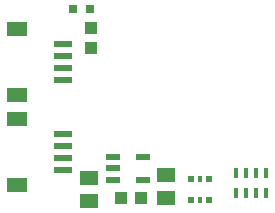
<source format=gbr>
G04 EAGLE Gerber RS-274X export*
G75*
%MOMM*%
%FSLAX34Y34*%
%LPD*%
%INSolderpaste Top*%
%IPPOS*%
%AMOC8*
5,1,8,0,0,1.08239X$1,22.5*%
G01*
%ADD10R,1.500000X1.240000*%
%ADD11R,1.200000X0.550000*%
%ADD12R,1.075000X1.000000*%
%ADD13R,0.450000X0.900000*%
%ADD14R,0.500000X0.500000*%
%ADD15R,0.400000X0.500000*%
%ADD16R,1.550000X0.600000*%
%ADD17R,1.800000X1.200000*%
%ADD18R,0.800000X0.800000*%
%ADD19R,1.000000X1.075000*%


D10*
X73660Y66650D03*
X73660Y47650D03*
D11*
X93679Y84430D03*
X93679Y74930D03*
X93679Y65430D03*
X119681Y65430D03*
X119681Y84430D03*
D10*
X138430Y69190D03*
X138430Y50190D03*
D12*
X100720Y49530D03*
X117720Y49530D03*
D13*
X223820Y53730D03*
X223820Y70730D03*
X214820Y53730D03*
X206820Y53730D03*
X197820Y53730D03*
X197820Y70730D03*
X214820Y70730D03*
X206820Y70730D03*
D14*
X160140Y48150D03*
D15*
X167640Y48150D03*
D14*
X175140Y48150D03*
X175140Y66150D03*
D15*
X167640Y66150D03*
D14*
X160140Y66150D03*
D16*
X51810Y170100D03*
X51810Y160100D03*
X51810Y180100D03*
X51810Y150100D03*
D17*
X12810Y193100D03*
X12810Y137100D03*
D16*
X51810Y93900D03*
X51810Y83900D03*
X51810Y103900D03*
X51810Y73900D03*
D17*
X12810Y116900D03*
X12810Y60900D03*
D18*
X59810Y209550D03*
X74810Y209550D03*
D19*
X74930Y176920D03*
X74930Y193920D03*
M02*

</source>
